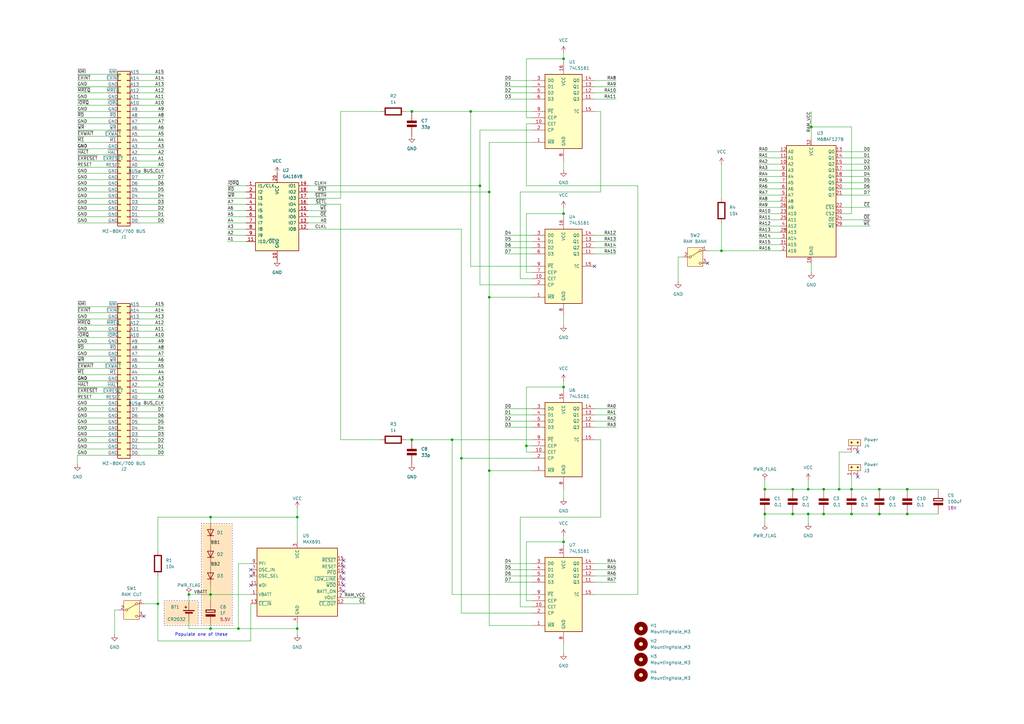
<source format=kicad_sch>
(kicad_sch (version 20231120) (generator "eeschema") (generator_version "8.0")
  (paper "A3")
  (title_block (title "MZ-1R12 modoki") (date "2024-08-10") (rev "2.02") (company "Mercury Nihombashi"))
  (junction (at 200.66 78.74))
  (junction (at 313.69 210.82))
  (junction (at 325.12 200.66))
  (junction (at 337.82 210.82))
  (junction (at 86.36 257.81))
  (junction (at 231.14 24.13))
  (junction (at 331.47 200.66))
  (junction (at 168.91 45.72))
  (junction (at 121.92 212.09))
  (junction (at 196.85 76.2))
  (junction (at 331.47 210.82))
  (junction (at 86.36 243.84))
  (junction (at 185.42 180.34))
  (junction (at 372.11 200.66))
  (junction (at 231.14 222.25))
  (junction (at 200.66 121.92))
  (junction (at 337.82 200.66))
  (junction (at 325.12 210.82))
  (junction (at 215.9 182.88))
  (junction (at 372.11 210.82))
  (junction (at 231.14 87.63))
  (junction (at 193.04 45.72))
  (junction (at 200.66 193.04))
  (junction (at 77.47 243.84))
  (junction (at 231.14 158.75))
  (junction (at 349.25 200.66))
  (junction (at 189.23 187.96))
  (junction (at 97.79 257.81))
  (junction (at 313.69 200.66))
  (junction (at 64.77 247.65))
  (junction (at 349.25 210.82))
  (junction (at 332.74 52.07))
  (junction (at 360.68 210.82))
  (junction (at 344.17 200.66))
  (junction (at 86.36 212.09))
  (junction (at 121.92 257.81))
  (junction (at 168.91 180.34))
  (junction (at 360.68 200.66))
  (junction (at 295.91 102.87))
  (no_connect (at 140.97 234.95))
  (no_connect (at 102.87 233.68))
  (no_connect (at 290.195 107.95))
  (no_connect (at 140.97 240.03))
  (no_connect (at 351.79 195.58))
  (no_connect (at 140.97 232.41))
  (no_connect (at 243.84 109.22))
  (no_connect (at 140.97 237.49))
  (no_connect (at 351.79 185.42))
  (no_connect (at 140.97 242.57))
  (no_connect (at 59.055 252.73))
  (no_connect (at 102.87 240.03))
  (no_connect (at 102.87 236.22))
  (no_connect (at 140.97 229.87))
  (wire (pts (xy 57.15 158.75) (xy 67.31 158.75)))
  (wire (pts (xy 243.84 33.02) (xy 252.73 33.02)))
  (wire (pts (xy 345.44 87.63) (xy 349.25 87.63)))
  (wire (pts (xy 231.14 156.21) (xy 231.14 158.75)))
  (wire (pts (xy 46.99 250.19) (xy 48.895 250.19)))
  (wire (pts (xy 372.11 200.66) (xy 384.81 200.66)))
  (wire (pts (xy 31.75 148.59) (xy 44.45 148.59)))
  (wire (pts (xy 207.01 175.26) (xy 218.44 175.26)))
  (wire (pts (xy 360.68 210.82) (xy 372.11 210.82)))
  (wire (pts (xy 31.75 58.42) (xy 44.45 58.42)))
  (wire (pts (xy 345.44 62.23) (xy 356.87 62.23)))
  (wire (pts (xy 311.15 77.47) (xy 320.04 77.47)))
  (wire (pts (xy 213.36 114.3) (xy 218.44 114.3)))
  (wire (pts (xy 344.17 185.42) (xy 344.17 200.66)))
  (wire (pts (xy 311.15 62.23) (xy 320.04 62.23)))
  (wire (pts (xy 57.15 130.81) (xy 67.31 130.81)))
  (wire (pts (xy 57.15 38.1) (xy 67.31 38.1)))
  (wire (pts (xy 140.97 245.11) (xy 149.86 245.11)))
  (wire (pts (xy 243.84 167.64) (xy 252.73 167.64)))
  (wire (pts (xy 31.75 55.88) (xy 44.45 55.88)))
  (wire (pts (xy 57.15 55.88) (xy 67.31 55.88)))
  (wire (pts (xy 231.14 24.13) (xy 231.14 25.4)))
  (wire (pts (xy 57.15 53.34) (xy 67.31 53.34)))
  (wire (pts (xy 243.84 238.76) (xy 252.73 238.76)))
  (wire (pts (xy 64.77 247.65) (xy 64.77 262.89)))
  (wire (pts (xy 31.75 128.27) (xy 44.45 128.27)))
  (wire (pts (xy 57.15 128.27) (xy 67.31 128.27)))
  (wire (pts (xy 295.91 91.44) (xy 295.91 102.87)))
  (wire (pts (xy 243.84 233.68) (xy 252.73 233.68)))
  (wire (pts (xy 215.9 24.13) (xy 215.9 48.26)))
  (wire (pts (xy 349.25 210.82) (xy 360.68 210.82)))
  (wire (pts (xy 331.47 200.66) (xy 337.82 200.66)))
  (wire (pts (xy 207.01 33.02) (xy 218.44 33.02)))
  (wire (pts (xy 57.15 173.99) (xy 67.31 173.99)))
  (wire (pts (xy 231.14 222.25) (xy 231.14 223.52)))
  (wire (pts (xy 311.15 67.31) (xy 320.04 67.31)))
  (wire (pts (xy 31.75 130.81) (xy 44.45 130.81)))
  (wire (pts (xy 231.14 133.35) (xy 231.14 129.54)))
  (wire (pts (xy 261.62 76.2) (xy 215.9 76.2)))
  (wire (pts (xy 332.74 52.07) (xy 349.25 52.07)))
  (wire (pts (xy 31.75 71.12) (xy 44.45 71.12)))
  (wire (pts (xy 31.75 153.67) (xy 44.45 153.67)))
  (wire (pts (xy 77.47 247.015) (xy 77.47 243.84)))
  (wire (pts (xy 331.47 214.63) (xy 331.47 210.82)))
  (wire (pts (xy 207.01 231.14) (xy 218.44 231.14)))
  (wire (pts (xy 57.15 163.83) (xy 67.31 163.83)))
  (wire (pts (xy 31.75 168.91) (xy 44.45 168.91)))
  (wire (pts (xy 311.15 74.93) (xy 320.04 74.93)))
  (wire (pts (xy 31.75 135.89) (xy 44.45 135.89)))
  (wire (pts (xy 332.74 52.07) (xy 332.74 45.72)))
  (wire (pts (xy 57.15 43.18) (xy 67.31 43.18)))
  (wire (pts (xy 31.75 146.05) (xy 44.45 146.05)))
  (wire (pts (xy 290.195 102.87) (xy 295.91 102.87)))
  (wire (pts (xy 295.91 102.87) (xy 320.04 102.87)))
  (wire (pts (xy 332.74 57.15) (xy 332.74 52.07)))
  (wire (pts (xy 57.15 143.51) (xy 67.31 143.51)))
  (wire (pts (xy 121.92 257.81) (xy 121.92 260.35)))
  (wire (pts (xy 332.74 111.76) (xy 332.74 107.95)))
  (wire (pts (xy 93.345 99.06) (xy 100.965 99.06)))
  (wire (pts (xy 31.75 171.45) (xy 44.45 171.45)))
  (wire (pts (xy 31.75 163.83) (xy 44.45 163.83)))
  (wire (pts (xy 57.15 161.29) (xy 67.31 161.29)))
  (wire (pts (xy 243.84 231.14) (xy 252.73 231.14)))
  (wire (pts (xy 31.75 91.44) (xy 44.45 91.44)))
  (wire (pts (xy 31.75 43.18) (xy 44.45 43.18)))
  (wire (pts (xy 218.44 50.8) (xy 215.9 50.8)))
  (wire (pts (xy 189.23 93.98) (xy 189.23 187.96)))
  (wire (pts (xy 311.15 87.63) (xy 320.04 87.63)))
  (wire (pts (xy 311.15 72.39) (xy 320.04 72.39)))
  (wire (pts (xy 215.9 246.38) (xy 218.44 246.38)))
  (wire (pts (xy 185.42 180.34) (xy 218.44 180.34)))
  (wire (pts (xy 207.01 99.06) (xy 218.44 99.06)))
  (wire (pts (xy 231.14 87.63) (xy 231.14 88.9)))
  (wire (pts (xy 349.25 185.42) (xy 344.17 185.42)))
  (wire (pts (xy 218.44 48.26) (xy 215.9 48.26)))
  (wire (pts (xy 126.365 88.9) (xy 133.985 88.9)))
  (wire (pts (xy 31.75 73.66) (xy 44.45 73.66)))
  (wire (pts (xy 93.345 93.98) (xy 100.965 93.98)))
  (wire (pts (xy 57.15 138.43) (xy 67.31 138.43)))
  (wire (pts (xy 218.44 243.84) (xy 185.42 243.84)))
  (wire (pts (xy 207.01 236.22) (xy 218.44 236.22)))
  (wire (pts (xy 295.91 67.31) (xy 295.91 81.28)))
  (wire (pts (xy 57.15 73.66) (xy 67.31 73.66)))
  (wire (pts (xy 140.97 247.65) (xy 149.86 247.65)))
  (wire (pts (xy 311.15 82.55) (xy 320.04 82.55)))
  (wire (pts (xy 345.44 80.01) (xy 356.87 80.01)))
  (wire (pts (xy 345.44 64.77) (xy 356.87 64.77)))
  (wire (pts (xy 360.68 200.66) (xy 372.11 200.66)))
  (wire (pts (xy 243.84 45.72) (xy 246.38 45.72)))
  (wire (pts (xy 218.44 121.92) (xy 200.66 121.92)))
  (wire (pts (xy 243.84 170.18) (xy 252.73 170.18)))
  (wire (pts (xy 200.66 121.92) (xy 200.66 193.04)))
  (wire (pts (xy 77.47 243.84) (xy 86.36 243.84)))
  (wire (pts (xy 57.15 63.5) (xy 67.31 63.5)))
  (wire (pts (xy 345.44 67.31) (xy 356.87 67.31)))
  (wire (pts (xy 102.87 247.65) (xy 102.87 262.89)))
  (wire (pts (xy 57.15 40.64) (xy 67.31 40.64)))
  (wire (pts (xy 261.62 243.84) (xy 261.62 76.2)))
  (wire (pts (xy 57.15 45.72) (xy 67.31 45.72)))
  (wire (pts (xy 31.75 68.58) (xy 44.45 68.58)))
  (wire (pts (xy 31.75 76.2) (xy 44.45 76.2)))
  (wire (pts (xy 57.15 135.89) (xy 67.31 135.89)))
  (wire (pts (xy 57.15 50.8) (xy 67.31 50.8)))
  (wire (pts (xy 31.75 184.15) (xy 44.45 184.15)))
  (wire (pts (xy 196.85 53.34) (xy 196.85 76.2)))
  (wire (pts (xy 57.15 140.97) (xy 67.31 140.97)))
  (wire (pts (xy 31.75 60.96) (xy 44.45 60.96)))
  (wire (pts (xy 57.15 125.73) (xy 67.31 125.73)))
  (wire (pts (xy 57.15 91.44) (xy 67.31 91.44)))
  (wire (pts (xy 311.15 85.09) (xy 320.04 85.09)))
  (wire (pts (xy 218.44 182.88) (xy 215.9 182.88)))
  (wire (pts (xy 337.82 200.66) (xy 344.17 200.66)))
  (wire (pts (xy 231.14 219.71) (xy 231.14 222.25)))
  (wire (pts (xy 31.75 143.51) (xy 44.45 143.51)))
  (wire (pts (xy 97.79 231.14) (xy 97.79 257.81)))
  (wire (pts (xy 57.15 81.28) (xy 67.31 81.28)))
  (wire (pts (xy 93.345 78.74) (xy 100.965 78.74)))
  (wire (pts (xy 64.77 212.09) (xy 86.36 212.09)))
  (wire (pts (xy 311.15 80.01) (xy 320.04 80.01)))
  (wire (pts (xy 215.9 87.63) (xy 231.14 87.63)))
  (wire (pts (xy 31.75 158.75) (xy 44.45 158.75)))
  (wire (pts (xy 126.365 76.2) (xy 196.85 76.2)))
  (wire (pts (xy 57.15 166.37) (xy 67.31 166.37)))
  (wire (pts (xy 337.82 210.82) (xy 331.47 210.82)))
  (wire (pts (xy 31.75 186.69) (xy 31.75 190.5)))
  (wire (pts (xy 345.44 85.09) (xy 356.87 85.09)))
  (wire (pts (xy 311.15 69.85) (xy 320.04 69.85)))
  (wire (pts (xy 31.75 66.04) (xy 44.45 66.04)))
  (wire (pts (xy 31.75 83.82) (xy 44.45 83.82)))
  (wire (pts (xy 31.75 86.36) (xy 44.45 86.36)))
  (wire (pts (xy 126.365 83.82) (xy 139.7 83.82)))
  (wire (pts (xy 331.47 210.82) (xy 325.12 210.82)))
  (wire (pts (xy 246.38 212.09) (xy 213.36 212.09)))
  (wire (pts (xy 97.79 257.81) (xy 121.92 257.81)))
  (wire (pts (xy 200.66 58.42) (xy 200.66 78.74)))
  (wire (pts (xy 121.92 255.27) (xy 121.92 257.81)))
  (wire (pts (xy 31.75 88.9) (xy 44.45 88.9)))
  (wire (pts (xy 31.75 53.34) (xy 44.45 53.34)))
  (wire (pts (xy 86.36 240.03) (xy 86.36 243.84)))
  (wire (pts (xy 193.04 45.72) (xy 218.44 45.72)))
  (wire (pts (xy 93.345 86.36) (xy 100.965 86.36)))
  (wire (pts (xy 243.84 175.26) (xy 252.73 175.26)))
  (wire (pts (xy 57.15 156.21) (xy 67.31 156.21)))
  (wire (pts (xy 218.44 193.04) (xy 200.66 193.04)))
  (wire (pts (xy 46.99 250.19) (xy 46.99 260.35)))
  (wire (pts (xy 207.01 40.64) (xy 218.44 40.64)))
  (wire (pts (xy 126.365 91.44) (xy 133.985 91.44)))
  (wire (pts (xy 31.75 63.5) (xy 44.45 63.5)))
  (wire (pts (xy 86.36 256.54) (xy 86.36 257.81)))
  (wire (pts (xy 243.84 96.52) (xy 252.73 96.52)))
  (wire (pts (xy 231.14 204.47) (xy 231.14 200.66)))
  (wire (pts (xy 349.25 200.66) (xy 360.68 200.66)))
  (wire (pts (xy 344.17 200.66) (xy 349.25 200.66)))
  (wire (pts (xy 231.14 267.97) (xy 231.14 264.16)))
  (wire (pts (xy 207.01 104.14) (xy 218.44 104.14)))
  (wire (pts (xy 325.12 200.66) (xy 331.47 200.66)))
  (wire (pts (xy 77.47 257.81) (xy 86.36 257.81)))
  (wire (pts (xy 57.15 66.04) (xy 67.31 66.04)))
  (wire (pts (xy 93.345 88.9) (xy 100.965 88.9)))
  (wire (pts (xy 31.75 38.1) (xy 44.45 38.1)))
  (wire (pts (xy 86.36 243.84) (xy 86.36 246.38)))
  (wire (pts (xy 243.84 99.06) (xy 252.73 99.06)))
  (wire (pts (xy 64.77 212.09) (xy 64.77 226.06)))
  (wire (pts (xy 345.44 77.47) (xy 356.87 77.47)))
  (wire (pts (xy 313.69 214.63) (xy 313.69 210.82)))
  (wire (pts (xy 31.75 48.26) (xy 44.45 48.26)))
  (wire (pts (xy 349.25 195.58) (xy 349.25 200.66)))
  (wire (pts (xy 215.9 111.76) (xy 218.44 111.76)))
  (wire (pts (xy 331.47 196.85) (xy 331.47 200.66)))
  (wire (pts (xy 31.75 161.29) (xy 44.45 161.29)))
  (wire (pts (xy 207.01 233.68) (xy 218.44 233.68)))
  (wire (pts (xy 213.36 212.09) (xy 213.36 248.92)))
  (wire (pts (xy 139.7 83.82) (xy 139.7 180.34)))
  (wire (pts (xy 193.04 109.22) (xy 193.04 45.72)))
  (wire (pts (xy 126.365 78.74) (xy 200.66 78.74)))
  (wire (pts (xy 31.75 35.56) (xy 44.45 35.56)))
  (wire (pts (xy 345.44 72.39) (xy 356.87 72.39)))
  (wire (pts (xy 243.84 35.56) (xy 252.73 35.56)))
  (wire (pts (xy 31.75 186.69) (xy 44.45 186.69)))
  (wire (pts (xy 93.345 91.44) (xy 100.965 91.44)))
  (wire (pts (xy 243.84 180.34) (xy 246.38 180.34)))
  (wire (pts (xy 313.69 200.66) (xy 325.12 200.66)))
  (wire (pts (xy 121.92 212.09) (xy 121.92 222.25)))
  (wire (pts (xy 86.36 212.09) (xy 121.92 212.09)))
  (wire (pts (xy 97.79 231.14) (xy 102.87 231.14)))
  (wire (pts (xy 349.25 210.82) (xy 337.82 210.82)))
  (wire (pts (xy 215.9 158.75) (xy 231.14 158.75)))
  (wire (pts (xy 64.77 236.22) (xy 64.77 247.65)))
  (wire (pts (xy 168.91 45.72) (xy 193.04 45.72)))
  (wire (pts (xy 200.66 121.92) (xy 200.66 78.74)))
  (wire (pts (xy 57.15 176.53) (xy 67.31 176.53)))
  (wire (pts (xy 31.75 45.72) (xy 44.45 45.72)))
  (wire (pts (xy 57.15 83.82) (xy 67.31 83.82)))
  (wire (pts (xy 57.15 33.02) (xy 67.31 33.02)))
  (wire (pts (xy 200.66 193.04) (xy 200.66 256.54)))
  (wire (pts (xy 139.7 81.28) (xy 139.7 45.72)))
  (wire (pts (xy 57.15 171.45) (xy 67.31 171.45)))
  (wire (pts (xy 325.12 210.82) (xy 313.69 210.82)))
  (wire (pts (xy 311.15 100.33) (xy 320.04 100.33)))
  (wire (pts (xy 215.9 24.13) (xy 231.14 24.13)))
  (wire (pts (xy 207.01 101.6) (xy 218.44 101.6)))
  (wire (pts (xy 31.75 33.02) (xy 44.45 33.02)))
  (wire (pts (xy 215.9 158.75) (xy 215.9 182.88)))
  (wire (pts (xy 31.75 151.13) (xy 44.45 151.13)))
  (wire (pts (xy 57.15 181.61) (xy 67.31 181.61)))
  (wire (pts (xy 311.15 92.71) (xy 320.04 92.71)))
  (wire (pts (xy 345.44 69.85) (xy 356.87 69.85)))
  (wire (pts (xy 207.01 38.1) (xy 218.44 38.1)))
  (wire (pts (xy 86.36 232.41) (xy 86.36 231.14)))
  (wire (pts (xy 345.44 74.93) (xy 356.87 74.93)))
  (wire (pts (xy 243.84 40.64) (xy 252.73 40.64)))
  (wire (pts (xy 215.9 222.25) (xy 231.14 222.25)))
  (wire (pts (xy 57.15 133.35) (xy 67.31 133.35)))
  (wire (pts (xy 57.15 186.69) (xy 67.31 186.69)))
  (wire (pts (xy 57.15 30.48) (xy 67.31 30.48)))
  (wire (pts (xy 57.15 78.74) (xy 67.31 78.74)))
  (wire (pts (xy 215.9 87.63) (xy 215.9 111.76)))
  (wire (pts (xy 207.01 96.52) (xy 218.44 96.52)))
  (wire (pts (xy 31.75 133.35) (xy 44.45 133.35)))
  (wire (pts (xy 243.84 236.22) (xy 252.73 236.22)))
  (wire (pts (xy 59.055 247.65) (xy 64.77 247.65)))
  (wire (pts (xy 215.9 76.2) (xy 215.9 50.8)))
  (wire (pts (xy 218.44 116.84) (xy 196.85 116.84)))
  (wire (pts (xy 57.15 60.96) (xy 67.31 60.96)))
  (wire (pts (xy 243.84 172.72) (xy 252.73 172.72)))
  (wire (pts (xy 243.84 104.14) (xy 252.73 104.14)))
  (wire (pts (xy 77.47 254.635) (xy 77.47 257.81)))
  (wire (pts (xy 93.345 81.28) (xy 100.965 81.28)))
  (wire (pts (xy 243.84 101.6) (xy 252.73 101.6)))
  (wire (pts (xy 31.75 30.48) (xy 44.45 30.48)))
  (wire (pts (xy 57.15 58.42) (xy 67.31 58.42)))
  (wire (pts (xy 166.37 180.34) (xy 168.91 180.34)))
  (wire (pts (xy 213.36 78.74) (xy 213.36 114.3)))
  (wire (pts (xy 372.11 210.82) (xy 384.81 210.82)))
  (wire (pts (xy 31.75 125.73) (xy 44.45 125.73)))
  (wire (pts (xy 243.84 38.1) (xy 252.73 38.1)))
  (wire (pts (xy 207.01 172.72) (xy 218.44 172.72)))
  (wire (pts (xy 86.36 212.09) (xy 86.36 214.63)))
  (wire (pts (xy 102.87 262.89) (xy 64.77 262.89)))
  (wire (pts (xy 207.01 170.18) (xy 218.44 170.18)))
  (wire (pts (xy 168.91 180.34) (xy 185.42 180.34)))
  (wire (pts (xy 57.15 35.56) (xy 67.31 35.56)))
  (wire (pts (xy 349.25 87.63) (xy 349.25 52.07)))
  (wire (pts (xy 57.15 71.12) (xy 67.31 71.12)))
  (wire (pts (xy 311.15 90.17) (xy 320.04 90.17)))
  (wire (pts (xy 246.38 180.34) (xy 246.38 212.09)))
  (wire (pts (xy 218.44 53.34) (xy 196.85 53.34)))
  (wire (pts (xy 93.345 76.2) (xy 100.965 76.2)))
  (wire (pts (xy 243.84 243.84) (xy 261.62 243.84)))
  (wire (pts (xy 31.75 166.37) (xy 44.45 166.37)))
  (wire (pts (xy 218.44 58.42) (xy 200.66 58.42)))
  (wire (pts (xy 31.75 78.74) (xy 44.45 78.74)))
  (wire (pts (xy 57.15 168.91) (xy 67.31 168.91)))
  (wire (pts (xy 185.42 243.84) (xy 185.42 180.34)))
  (wire (pts (xy 31.75 181.61) (xy 44.45 181.61)))
  (wire (pts (xy 207.01 167.64) (xy 218.44 167.64)))
  (wire (pts (xy 86.36 257.81) (xy 97.79 257.81)))
  (wire (pts (xy 189.23 187.96) (xy 189.23 251.46)))
  (wire (pts (xy 231.14 158.75) (xy 231.14 160.02)))
  (wire (pts (xy 278.13 105.41) (xy 278.13 115.57)))
  (wire (pts (xy 215.9 182.88) (xy 215.9 185.42)))
  (wire (pts (xy 218.44 109.22) (xy 193.04 109.22)))
  (wire (pts (xy 246.38 78.74) (xy 213.36 78.74)))
  (wire (pts (xy 31.75 173.99) (xy 44.45 173.99)))
  (wire (pts (xy 231.14 69.85) (xy 231.14 66.04)))
  (wire (pts (xy 311.15 97.79) (xy 320.04 97.79)))
  (wire (pts (xy 57.15 76.2) (xy 67.31 76.2)))
  (wire (pts (xy 139.7 180.34) (xy 156.21 180.34)))
  (wire (pts (xy 278.13 105.41) (xy 280.035 105.41)))
  (wire (pts (xy 345.44 90.17) (xy 356.87 90.17)))
  (wire (pts (xy 215.9 222.25) (xy 215.9 246.38)))
  (wire (pts (xy 31.75 40.64) (xy 44.45 40.64)))
  (wire (pts (xy 57.15 179.07) (xy 67.31 179.07)))
  (wire (pts (xy 57.15 68.58) (xy 67.31 68.58)))
  (wire (pts (xy 31.75 138.43) (xy 44.45 138.43)))
  (wire (pts (xy 345.44 92.71) (xy 356.87 92.71)))
  (wire (pts (xy 213.36 248.92) (xy 218.44 248.92)))
  (wire (pts (xy 207.01 238.76) (xy 218.44 238.76)))
  (wire (pts (xy 311.15 64.77) (xy 320.04 64.77)))
  (wire (pts (xy 93.345 96.52) (xy 100.965 96.52)))
  (wire (pts (xy 196.85 116.84) (xy 196.85 76.2)))
  (wire (pts (xy 139.7 45.72) (xy 156.21 45.72)))
  (wire (pts (xy 126.365 81.28) (xy 139.7 81.28)))
  (wire (pts (xy 121.92 208.28) (xy 121.92 212.09)))
  (wire (pts (xy 57.15 86.36) (xy 67.31 86.36)))
  (wire (pts (xy 218.44 256.54) (xy 200.66 256.54)))
  (wire (pts (xy 93.345 83.82) (xy 100.965 83.82)))
  (wire (pts (xy 126.365 86.36) (xy 133.985 86.36)))
  (wire (pts (xy 31.75 50.8) (xy 44.45 50.8)))
  (wire (pts (xy 31.75 140.97) (xy 44.45 140.97)))
  (wire (pts (xy 207.01 35.56) (xy 218.44 35.56)))
  (wire (pts (xy 57.15 146.05) (xy 67.31 146.05)))
  (wire (pts (xy 86.36 222.25) (xy 86.36 223.52)))
  (wire (pts (xy 126.365 93.98) (xy 189.23 93.98)))
  (wire (pts (xy 57.15 88.9) (xy 67.31 88.9)))
  (wire (pts (xy 246.38 45.72) (xy 246.38 78.74)))
  (wire (pts (xy 313.69 196.85) (xy 313.69 200.66)))
  (wire (pts (xy 218.44 185.42) (xy 215.9 185.42)))
  (wire (pts (xy 57.15 184.15) (xy 67.31 184.15)))
  (wire (pts (xy 31.75 156.21) (xy 44.45 156.21)))
  (wire (pts (xy 231.14 85.09) (xy 231.14 87.63)))
  (wire (pts (xy 31.75 179.07) (xy 44.45 179.07)))
  (wire (pts (xy 31.75 176.53) (xy 44.45 176.53)))
  (wire (pts (xy 31.75 81.28) (xy 44.45 81.28)))
  (wire (pts (xy 231.14 21.59) (xy 231.14 24.13)))
  (wire (pts (xy 86.36 243.84) (xy 102.87 243.84)))
  (wire (pts (xy 57.15 48.26) (xy 67.31 48.26)))
  (wire (pts (xy 311.15 95.25) (xy 320.04 95.25)))
  (wire (pts (xy 57.15 151.13) (xy 67.31 151.13)))
  (wire (pts (xy 57.15 148.59) (xy 67.31 148.59)))
  (wire (pts (xy 57.15 153.67) (xy 67.31 153.67)))
  (wire (pts (xy 189.23 187.96) (xy 218.44 187.96)))
  (wire (pts (xy 218.44 251.46) (xy 189.23 251.46)))
  (wire (pts (xy 166.37 45.72) (xy 168.91 45.72)))
  (rectangle (start 82.55 214.63) (end 95.25 256.54) (stroke (width 0.25) (type dot)) (fill (type color) (color 255 229 191 1)))
  (rectangle (start 67.31 246.38) (end 81.28 256.54) (stroke (width 0.25) (type dot)) (fill (type color) (color 255 229 191 1)))
  (text "Populate one of these" (at 82.55 260.35 0) (effects (font (size 1.27 1.27))))
  (label "A12" (at 67.31 38.1 180))
  (label "RA13" (at 311.15 95.25 0))
  (label "~{IORQ}" (at 93.345 76.2 0))
  (label "D4" (at 356.87 72.39 180))
  (label "~{WR}" (at 93.345 81.28 0))
  (label "A13" (at 67.31 130.81 180))
  (label "GND" (at 31.75 168.91 0))
  (label "RA9" (at 252.73 35.56 180))
  (label "A11" (at 67.31 135.89 180))
  (label "GND" (at 31.75 73.66 0))
  (label "GND" (at 31.75 184.15 0))
  (label "GND" (at 31.75 78.74 0))
  (label "RA15" (at 252.73 104.14 180))
  (label "GND" (at 31.75 60.96 0))
  (label "A0" (at 133.985 91.44 180))
  (label "~{RD}" (at 31.75 48.26 0))
  (label "~{RD}" (at 93.345 78.74 0))
  (label "GND" (at 31.75 179.07 0))
  (label "GND" (at 31.75 156.21 0))
  (label "D3" (at 207.01 175.26 0))
  (label "A15" (at 67.31 125.73 180))
  (label "A4" (at 67.31 58.42 180))
  (label "GND" (at 31.75 140.97 0))
  (label "GND" (at 31.75 91.44 0))
  (label "RA3" (at 311.15 69.85 0))
  (label "A3" (at 67.31 60.96 180))
  (label "RA4" (at 311.15 72.39 0))
  (label "A7" (at 93.345 83.82 0))
  (label "RA5" (at 311.15 74.93 0))
  (label "RA7" (at 252.73 238.76 180))
  (label "D6" (at 356.87 77.47 180))
  (label "A1" (at 67.31 66.04 180))
  (label "D2" (at 67.31 86.36 180))
  (label "D3" (at 67.31 83.82 180))
  (label "D0" (at 207.01 33.02 0))
  (label "VBATT" (at 85.09 243.84 180))
  (label "RESET" (at 31.75 68.58 0))
  (label "D2" (at 207.01 38.1 0))
  (label "~{EXWAIT}" (at 31.75 151.13 0))
  (label "D2" (at 356.87 67.31 180))
  (label "RA3" (at 252.73 175.26 180))
  (label "A2" (at 67.31 158.75 180))
  (label "RA2" (at 311.15 67.31 0))
  (label "~{IORQ}" (at 31.75 43.18 0))
  (label "D5" (at 356.87 74.93 180))
  (label "~{RD}" (at 31.75 143.51 0))
  (label "RA4" (at 252.73 231.14 180))
  (label "~{HALT}" (at 31.75 158.75 0))
  (label "A1" (at 67.31 161.29 180))
  (label "~{NMI}" (at 31.75 30.48 0))
  (label "~{NMI}" (at 31.75 125.73 0))
  (label "RA12" (at 252.73 96.52 180))
  (label "A5" (at 67.31 55.88 180))
  (label "RA6" (at 311.15 77.47 0))
  (label "~{IORQ}" (at 31.75 138.43 0))
  (label "~{CE}" (at 356.87 85.09 180))
  (label "GND" (at 31.75 50.8 0))
  (label "RA11" (at 252.73 40.64 180))
  (label "RA5" (at 252.73 233.68 180))
  (label "RA14" (at 252.73 101.6 180))
  (label "D5" (at 67.31 78.74 180))
  (label "D1" (at 356.87 64.77 180))
  (label "RA10" (at 311.15 87.63 0))
  (label "GND" (at 31.75 173.99 0))
  (label "A10" (at 67.31 138.43 180))
  (label "A2" (at 67.31 63.5 180))
  (label "GND" (at 31.75 176.53 0))
  (label "A6" (at 67.31 53.34 180))
  (label "RA14" (at 311.15 97.79 0))
  (label "D0" (at 356.87 62.23 180))
  (label "A4" (at 93.345 91.44 0))
  (label "D1" (at 67.31 88.9 180))
  (label "RA16" (at 311.15 102.87 0))
  (label "D4" (at 67.31 176.53 180))
  (label "D6" (at 67.31 171.45 180))
  (label "GND" (at 31.75 156.21 0))
  (label "GND" (at 31.75 86.36 0))
  (label "RAM_VCC" (at 149.86 245.11 180))
  (label "~{MREQ}" (at 31.75 133.35 0))
  (label "D1" (at 207.01 170.18 0))
  (label "BUS_CLK" (at 67.31 166.37 180))
  (label "RA0" (at 311.15 62.23 0))
  (label "~{EXINT}" (at 31.75 33.02 0))
  (label "~{WR}" (at 31.75 53.34 0))
  (label "~{EXRESET}" (at 31.75 161.29 0))
  (label "RA10" (at 252.73 38.1 180))
  (label "D6" (at 207.01 101.6 0))
  (label "A6" (at 67.31 148.59 180))
  (label "D7" (at 207.01 104.14 0))
  (label "D0" (at 67.31 91.44 180))
  (label "RA11" (at 311.15 90.17 0))
  (label "D7" (at 207.01 238.76 0))
  (label "~{M1}" (at 31.75 58.42 0))
  (label "GND" (at 31.75 186.69 0))
  (label "GND" (at 31.75 166.37 0))
  (label "~{OE}" (at 133.985 88.9 180))
  (label "GND" (at 31.75 81.28 0))
  (label "~{WE}" (at 133.985 86.36 180))
  (label "D7" (at 67.31 168.91 180))
  (label "~{SETL}" (at 133.985 83.82 180))
  (label "BB1" (at 86.36 223.52 0))
  (label "GND" (at 31.75 35.56 0))
  (label "BUS_CLK" (at 67.31 71.12 180))
  (label "~{SETH}" (at 133.985 81.28 180))
  (label "GND" (at 31.75 83.82 0))
  (label "D7" (at 356.87 80.01 180))
  (label "RESET" (at 31.75 163.83 0))
  (label "D6" (at 207.01 236.22 0))
  (label "RA8" (at 252.73 33.02 180))
  (label "A6" (at 93.345 86.36 0))
  (label "A13" (at 67.31 35.56 180))
  (label "GND" (at 31.75 60.96 0))
  (label "RA1" (at 311.15 64.77 0))
  (label "D1" (at 207.01 35.56 0))
  (label "A14" (at 67.31 128.27 180))
  (label "A7" (at 67.31 146.05 180))
  (label "A9" (at 67.31 45.72 180))
  (label "CLKL" (at 133.985 93.98 180))
  (label "A12" (at 67.31 133.35 180))
  (label "~{MREQ}" (at 31.75 38.1 0))
  (label "RA2" (at 252.73 172.72 180))
  (label "D6" (at 67.31 76.2 180))
  (label "A7" (at 67.31 50.8 180))
  (label "A10" (at 67.31 43.18 180))
  (label "GND" (at 31.75 45.72 0))
  (label "GND" (at 31.75 146.05 0))
  (label "D3" (at 356.87 69.85 180))
  (label "D5" (at 207.01 99.06 0))
  (label "GND" (at 31.75 71.12 0))
  (label "RA13" (at 252.73 99.06 180))
  (label "~{EXWAIT}" (at 31.75 55.88 0))
  (label "CLKH" (at 133.985 76.2 180))
  (label "D2" (at 207.01 172.72 0))
  (label "A3" (at 93.345 93.98 0))
  (label "D1" (at 67.31 184.15 180))
  (label "~{CE}" (at 149.86 247.65 180))
  (label "~{OE}" (at 356.87 90.17 180))
  (label "~{WR}" (at 31.75 148.59 0))
  (label "GND" (at 31.75 171.45 0))
  (label "RA8" (at 311.15 82.55 0))
  (label "BB2" (at 86.36 232.41 0))
  (label "RA9" (at 311.15 85.09 0))
  (label "GND" (at 31.75 130.81 0))
  (label "A14" (at 67.31 33.02 180))
  (label "~{WE}" (at 356.87 92.71 180))
  (label "A15" (at 67.31 30.48 180))
  (label "GND" (at 31.75 76.2 0))
  (label "A4" (at 67.31 153.67 180))
  (label "A5" (at 67.31 151.13 180))
  (label "RAM_VCC" (at 332.74 45.72 270))
  (label "RA7" (at 311.15 80.01 0))
  (label "GND" (at 31.75 181.61 0))
  (label "A8" (at 67.31 143.51 180))
  (label "RA0" (at 252.73 167.64 180))
  (label "RA6" (at 252.73 236.22 180))
  (label "A1" (at 93.345 99.06 0))
  (label "D4" (at 207.01 231.14 0))
  (label "GND" (at 31.75 40.64 0))
  (label "GND" (at 31.75 88.9 0))
  (label "~{M1}" (at 31.75 153.67 0))
  (label "D2" (at 67.31 181.61 180))
  (label "A5" (at 93.345 88.9 0))
  (label "RA15" (at 311.15 100.33 0))
  (label "D5" (at 67.31 173.99 180))
  (label "A3" (at 67.31 156.21 180))
  (label "RA12" (at 311.15 92.71 0))
  (label "D4" (at 67.31 81.28 180))
  (label "RA1" (at 252.73 170.18 180))
  (label "~{EXINT}" (at 31.75 128.27 0))
  (label "D0" (at 207.01 167.64 0))
  (label "A8" (at 67.31 48.26 180))
  (label "A9" (at 67.31 140.97 180))
  (label "~{RST}" (at 133.985 78.74 180))
  (label "D3" (at 67.31 179.07 180))
  (label "~{HALT}" (at 31.75 63.5 0))
  (label "A11" (at 67.31 40.64 180))
  (label "~{EXRESET}" (at 31.75 66.04 0))
  (label "A0" (at 67.31 163.83 180))
  (label "GND" (at 31.75 135.89 0))
  (label "D3" (at 207.01 40.64 0))
  (label "A0" (at 67.31 68.58 180))
  (label "A2" (at 93.345 96.52 0))
  (label "D4" (at 207.01 96.52 0))
  (label "D7" (at 67.31 73.66 180))
  (label "D5" (at 207.01 233.68 0))
  (label "D0" (at 67.31 186.69 180))
  (symbol (lib_id "Device:D") (at 86.36 227.33 90) (unit 1)
    (property "Reference" "D2" (at 88.9 227.3299 90) (effects (justify right)))
    (property "Value" "D" (effects (hide yes)))
    (property "Footprint" "Kao_Library:D_A-405_P7.62mm_Horizontal_LargePad" (effects (hide yes)))
    (property "Description" "Diode" (effects (hide yes)))
    (property "Sim.Device" "D" (effects (hide yes)))
    (property "Sim.Pins" "1=K 2=A" (effects (hide yes)))
  )
  (symbol (lib_id "power:GND") (at 46.99 260.35 0) (unit 1)
    (property "Reference" "#PWR02" (effects (hide yes)))
    (property "Value" "GND" (at 46.99 265.43 0))
    (property "Description" "Power symbol creates a global label with name \"GND\" , ground" (effects (hide yes)))
  )
  (symbol (lib_id "power:VCC") (at 231.14 21.59 0) (unit 1)
    (property "Reference" "#PWR03" (effects (hide yes)))
    (property "Value" "VCC" (at 231.14 16.51 0))
    (property "Description" "Power symbol creates a global label with name \"VCC\"" (effects (hide yes)))
  )
  (symbol (lib_id "PCM_Elektuur:C") (at 337.82 205.74 0) (unit 1)
    (property "Reference" "C3" (at 341.63 204.4699 0) (effects (justify left)))
    (property "Value" "0.1" (at 341.63 207.0099 0) (effects (justify left)))
    (property "Footprint" "Kao_Library:LargePad_R_Axial_DIN0204_L3.6mm_D1.6mm_P2.54mm_Vertical" (effects (hide yes)))
    (property "Description" "capacitor, non-polarized/bipolar" (effects (hide yes)))
    (property "Indicator" "+" (effects (hide yes)))
    (property "Rating" "V" (effects (hide yes)))
  )
  (symbol (lib_id "PCM_Elektuur:C-polar") (at 86.36 251.46 0) (unit 1)
    (property "Reference" "C6" (at 90.17 248.9199 0) (effects (justify left)))
    (property "Value" "1F" (at 90.17 251.4599 0) (effects (justify left)))
    (property "Footprint" "Capacitor_THT:DX_5R5VxxxxU_D11.5mm_P5.00mm" (effects (hide yes)))
    (property "Description" "capacitor, polar(ized)" (effects (hide yes)))
    (property "Indicator" "+" (effects (hide yes)))
    (property "Rating" "5.5V" (at 90.17 253.9999 0) (effects (justify left)))
  )
  (symbol (lib_id "PCM_Elektuur:C") (at 168.91 50.8 0) (unit 1)
    (property "Reference" "C7" (at 172.72 49.5299 0) (effects (justify left)))
    (property "Value" "33p" (at 172.72 52.0699 0) (effects (justify left)))
    (property "Footprint" "Kao_Library:LargePad_R_Axial_DIN0204_L3.6mm_D1.6mm_P2.54mm_Vertical" (effects (hide yes)))
    (property "Description" "capacitor, non-polarized/bipolar" (effects (hide yes)))
    (property "Indicator" "+" (effects (hide yes)))
    (property "Rating" "V" (effects (hide yes)))
  )
  (symbol (lib_id "power:PWR_FLAG") (at 313.69 214.63 0) (mirror x) (unit 1)
    (property "Reference" "#FLG01" (effects (hide yes)))
    (property "Value" "PWR_FLAG" (at 313.69 219.71 0))
    (property "Description" "Special symbol for telling ERC where power comes from" (effects (hide yes)))
  )
  (symbol (lib_id "power:VCC") (at 331.47 196.85 0) (unit 1)
    (property "Reference" "#PWR013" (effects (hide yes)))
    (property "Value" "VCC" (at 331.47 191.77 0))
    (property "Description" "Power symbol creates a global label with name \"VCC\"" (effects (hide yes)))
  )
  (symbol (lib_id "74xx:74LS161") (at 231.14 45.72 0) (unit 1)
    (property "Reference" "U1" (at 233.3341 25.4 0) (effects (justify left)))
    (property "Value" "74LS161" (at 233.3341 27.94 0) (effects (justify left)))
    (property "Footprint" "Package_DIP:DIP-16_W7.62mm_Socket_LongPads" (effects (hide yes)))
    (property "Datasheet" "http://www.ti.com/lit/gpn/sn74LS161" (effects (hide yes)))
    (property "Description" "Synchronous 4-bit programmable binary Counter" (effects (hide yes)))
  )
  (symbol (lib_id "power:GND") (at 231.14 69.85 0) (unit 1)
    (property "Reference" "#PWR05" (effects (hide yes)))
    (property "Value" "GND" (at 231.14 74.93 0))
    (property "Description" "Power symbol creates a global label with name \"GND\" , ground" (effects (hide yes)))
  )
  (symbol (lib_id "PCM_Elektuur:C-polar") (at 384.81 205.74 0) (unit 1)
    (property "Reference" "C5" (at 388.62 203.1999 0) (effects (justify left)))
    (property "Value" "100uF" (at 388.62 205.7399 0) (effects (justify left)))
    (property "Footprint" "Capacitor_THT:CP_Radial_D7.5mm_P2.50mm" (effects (hide yes)))
    (property "Description" "capacitor, polar(ized)" (effects (hide yes)))
    (property "Indicator" "+" (effects (hide yes)))
    (property "Rating" "16V" (at 388.62 208.2799 0) (effects (justify left)))
  )
  (symbol (lib_id "power:VCC") (at 231.14 156.21 0) (unit 1)
    (property "Reference" "#PWR010" (effects (hide yes)))
    (property "Value" "VCC" (at 231.14 151.13 0))
    (property "Description" "Power symbol creates a global label with name \"VCC\"" (effects (hide yes)))
  )
  (symbol (lib_id "74xx:74LS161") (at 231.14 243.84 0) (unit 1)
    (property "Reference" "U7" (at 233.3341 223.52 0) (effects (justify left)))
    (property "Value" "74LS161" (at 233.3341 226.06 0) (effects (justify left)))
    (property "Footprint" "Package_DIP:DIP-16_W7.62mm_Socket_LongPads" (effects (hide yes)))
    (property "Datasheet" "http://www.ti.com/lit/gpn/sn74LS161" (effects (hide yes)))
    (property "Description" "Synchronous 4-bit programmable binary Counter" (effects (hide yes)))
  )
  (symbol (lib_id "Kao_Library:MZ80K_700_BUS") (at 49.53 60.96 0) (unit 1)
    (property "Reference" "J1" (at 50.8 97.155 0))
    (property "Value" "MZ-80K/700 BUS" (at 50.8 94.8436 0))
    (property "Footprint" "Connector_PinSocket_2.54mm:PinSocket_2x25_P2.54mm_Vertical" (effects (hide yes)))
  )
  (symbol (lib_id "Device:Battery_Cell") (at 77.47 252.095 0) (mirror y) (unit 1)
    (property "Reference" "BT1" (at 73.66 248.9834 0) (effects (justify left)))
    (property "Value" "CR2032" (at 76.2 254 0) (effects (justify left)))
    (property "Footprint" "Kao_Library:Battery_CR2032-AKIZUKI_VERTICAL_HOLDER" (effects (hide yes)))
    (property "Description" "Single-cell battery" (effects (hide yes)))
  )
  (symbol (lib_id "power:GND") (at 168.91 55.88 0) (unit 1)
    (property "Reference" "#PWR011" (effects (hide yes)))
    (property "Value" "GND" (at 168.91 60.96 0))
    (property "Description" "Power symbol creates a global label with name \"GND\" , ground" (effects (hide yes)))
  )
  (symbol (lib_id "power:VCC") (at 121.92 208.28 0) (unit 1)
    (property "Reference" "#PWR015" (effects (hide yes)))
    (property "Value" "VCC" (at 121.92 204.47 0))
    (property "Description" "Power symbol creates a global label with name \"VCC\"" (effects (hide yes)))
  )
  (symbol (lib_id "dk_Rectangular-Connectors-Headers-Male-Pins:B2B-XH-A_LF__SN_") (at 349.25 193.04 0) (mirror x) (unit 1)
    (property "Reference" "J3" (at 354.33 193.0401 0) (effects (justify left)))
    (property "Value" "Power" (at 354.33 190.5001 0) (effects (justify left)))
    (property "Footprint" "digikey-footprints:PinHeader_1x2_P2.5mm_Drill1.1mm" (effects (hide yes)))
    (property "Datasheet" "http://www.jst-mfg.com/product/pdf/eng/eXH.pdf" (effects (hide yes)))
    (property "Description" "CONN HEADER VERT 2POS 2.5MM" (effects (hide yes)))
    (property "Digi-Key_PN" "455-2247-ND" (effects (hide yes)))
    (property "MPN" "B2B-XH-A(LF)(SN)" (effects (hide yes)))
    (property "Category" "Connectors, Interconnects" (effects (hide yes)))
    (property "Family" "Rectangular Connectors - Headers, Male Pins" (effects (hide yes)))
    (property "DK_Datasheet_Link" "http://www.jst-mfg.com/product/pdf/eng/eXH.pdf" (effects (hide yes)))
    (property "DK_Detail_Page" "/product-detail/en/jst-sales-america-inc/B2B-XH-A(LF)(SN)/455-2247-ND/1651045" (effects (hide yes)))
    (property "Description_1" "CONN HEADER VERT 2POS 2.5MM" (effects (hide yes)))
    (property "Manufacturer" "JST Sales America Inc." (effects (hide yes)))
    (property "Status" "Active" (effects (hide yes)))
  )
  (symbol (lib_id "PCM_Elektuur:R") (at 161.29 45.72 270) (unit 1)
    (property "Reference" "R2" (at 161.29 39.37 90))
    (property "Value" "1k" (at 161.29 41.91 90))
    (property "Footprint" "Kao_Library:LargePad_R_Axial_DIN0204_L3.6mm_D1.6mm_P2.54mm_Vertical" (effects (hide yes)))
    (property "Description" "resistor" (effects (hide yes)))
    (property "Indicator" "+" (effects (hide yes)))
    (property "Rating" "W" (effects (hide yes)))
  )
  (symbol (lib_id "PCM_Elektuur:C") (at 313.69 205.74 0) (unit 1)
    (property "Reference" "C1" (at 317.5 204.4699 0) (effects (justify left)))
    (property "Value" "0.1" (at 317.5 207.0099 0) (effects (justify left)))
    (property "Footprint" "Kao_Library:LargePad_R_Axial_DIN0204_L3.6mm_D1.6mm_P2.54mm_Vertical" (effects (hide yes)))
    (property "Description" "capacitor, non-polarized/bipolar" (effects (hide yes)))
    (property "Indicator" "+" (effects (hide yes)))
    (property "Rating" "V" (effects (hide yes)))
  )
  (symbol (lib_id "power:GND") (at 332.74 111.76 0) (unit 1)
    (property "Reference" "#PWR07" (effects (hide yes)))
    (property "Value" "GND" (at 332.74 116.84 0))
    (property "Description" "Power symbol creates a global label with name \"GND\" , ground" (effects (hide yes)))
  )
  (symbol (lib_id "PCM_SL_Mechanical:MountingHole_M3") (at 262.89 276.86 0) (unit 1)
    (property "Reference" "H4" (at 266.7 275.5899 0) (effects (justify left)))
    (property "Value" "MountingHole_M3" (at 266.7 278.1299 0) (effects (justify left)))
    (property "Footprint" "MountingHole:MountingHole_3.2mm_M3" (effects (hide yes)))
    (property "Description" "3.2mm Diameter Mounting Hole (M3)" (effects (hide yes)))
  )
  (symbol (lib_id "Switch:SW_SPDT") (at 53.975 250.19 0) (unit 1)
    (property "Reference" "SW1" (at 53.975 241.3 0))
    (property "Value" "RAM CUT" (at 53.975 243.84 0))
    (property "Footprint" "Connector_PinHeader_2.54mm:PinHeader_1x03_P2.54mm_Vertical" (effects (hide yes)))
    (property "Description" "Switch, single pole double throw" (effects (hide yes)))
  )
  (symbol (lib_id "power:GND") (at 278.13 115.57 0) (unit 1)
    (property "Reference" "#PWR020" (effects (hide yes)))
    (property "Value" "GND" (at 278.13 120.65 0))
    (property "Description" "Power symbol creates a global label with name \"GND\" , ground" (effects (hide yes)))
  )
  (symbol (lib_id "Device:D") (at 86.36 236.22 90) (unit 1)
    (property "Reference" "D3" (at 88.9 236.2199 90) (effects (justify right)))
    (property "Value" "D" (effects (hide yes)))
    (property "Footprint" "Kao_Library:D_A-405_P7.62mm_Horizontal_LargePad" (effects (hide yes)))
    (property "Description" "Diode" (effects (hide yes)))
    (property "Sim.Device" "D" (effects (hide yes)))
    (property "Sim.Pins" "1=K 2=A" (effects (hide yes)))
  )
  (symbol (lib_id "power:PWR_FLAG") (at 313.69 196.85 0) (unit 1)
    (property "Reference" "#FLG02" (effects (hide yes)))
    (property "Value" "PWR_FLAG" (at 313.69 192.4558 0))
  )
  (symbol (lib_id "PCM_Elektuur:C") (at 372.11 205.74 0) (unit 1)
    (property "Reference" "C10" (at 375.92 204.4699 0) (effects (justify left)))
    (property "Value" "0.1" (at 375.92 207.0099 0) (effects (justify left)))
    (property "Footprint" "Kao_Library:LargePad_R_Axial_DIN0204_L3.6mm_D1.6mm_P2.54mm_Vertical" (effects (hide yes)))
    (property "Description" "capacitor, non-polarized/bipolar" (effects (hide yes)))
    (property "Indicator" "+" (effects (hide yes)))
    (property "Rating" "V" (effects (hide yes)))
  )
  (symbol (lib_id "power:GND") (at 231.14 204.47 0) (unit 1)
    (property "Reference" "#PWR017" (effects (hide yes)))
    (property "Value" "GND" (at 231.14 209.55 0))
    (property "Description" "Power symbol creates a global label with name \"GND\" , ground" (effects (hide yes)))
  )
  (symbol (lib_id "power:VCC") (at 231.14 85.09 0) (unit 1)
    (property "Reference" "#PWR04" (effects (hide yes)))
    (property "Value" "VCC" (at 231.14 80.01 0))
    (property "Description" "Power symbol creates a global label with name \"VCC\"" (effects (hide yes)))
  )
  (symbol (lib_id "Device:D") (at 86.36 218.44 90) (unit 1)
    (property "Reference" "D1" (at 88.9 218.4399 90) (effects (justify right)))
    (property "Value" "D" (effects (hide yes)))
    (property "Footprint" "Kao_Library:D_A-405_P7.62mm_Horizontal_LargePad" (effects (hide yes)))
    (property "Description" "Diode" (effects (hide yes)))
    (property "Sim.Device" "D" (effects (hide yes)))
    (property "Sim.Pins" "1=K 2=A" (effects (hide yes)))
  )
  (symbol (lib_id "PCM_Elektuur:C") (at 349.25 205.74 0) (unit 1)
    (property "Reference" "C4" (at 353.06 204.4699 0) (effects (justify left)))
    (property "Value" "0.1" (at 353.06 207.0099 0) (effects (justify left)))
    (property "Footprint" "Kao_Library:LargePad_R_Axial_DIN0204_L3.6mm_D1.6mm_P2.54mm_Vertical" (effects (hide yes)))
    (property "Description" "capacitor, non-polarized/bipolar" (effects (hide yes)))
    (property "Indicator" "+" (effects (hide yes)))
    (property "Rating" "V" (effects (hide yes)))
  )
  (symbol (lib_id "Logic_Programmable:GAL16V8") (at 113.665 88.9 0) (unit 1)
    (property "Reference" "U2" (at 115.8591 69.85 0) (effects (justify left)))
    (property "Value" "GAL16V8" (at 115.8591 72.39 0) (effects (justify left)))
    (property "Footprint" "Package_DIP:DIP-20_W7.62mm_Socket_LongPads" (effects (hide yes)))
    (property "Description" "Programmable Logic Array, DIP-20/SOIC-20/PLCC-20" (effects (hide yes)))
  )
  (symbol (lib_id "PCM_Elektuur:C") (at 325.12 205.74 0) (unit 1)
    (property "Reference" "C2" (at 328.93 204.4699 0) (effects (justify left)))
    (property "Value" "0.1" (at 328.93 207.0099 0) (effects (justify left)))
    (property "Footprint" "Kao_Library:LargePad_R_Axial_DIN0204_L3.6mm_D1.6mm_P2.54mm_Vertical" (effects (hide yes)))
    (property "Description" "capacitor, non-polarized/bipolar" (effects (hide yes)))
    (property "Indicator" "+" (effects (hide yes)))
    (property "Rating" "V" (effects (hide yes)))
  )
  (symbol (lib_id "power:PWR_FLAG") (at 77.47 243.84 0) (unit 1)
    (property "Reference" "#FLG04" (effects (hide yes)))
    (property "Value" "PWR_FLAG" (at 77.47 240.03 0))
    (property "Description" "Special symbol for telling ERC where power comes from" (effects (hide yes)))
  )
  (symbol (lib_id "power:GND") (at 331.47 214.63 0) (unit 1)
    (property "Reference" "#PWR012" (effects (hide yes)))
    (property "Value" "GND" (at 331.47 219.71 0))
    (property "Description" "Power symbol creates a global label with name \"GND\" , ground" (effects (hide yes)))
  )
  (symbol (lib_id "power:VCC") (at 113.665 71.12 0) (unit 1)
    (property "Reference" "#PWR06" (effects (hide yes)))
    (property "Value" "VCC" (at 113.665 66.04 0))
    (property "Description" "Power symbol creates a global label with name \"VCC\"" (effects (hide yes)))
  )
  (symbol (lib_id "power:VCC") (at 231.14 219.71 0) (unit 1)
    (property "Reference" "#PWR018" (effects (hide yes)))
    (property "Value" "VCC" (at 231.14 214.63 0))
    (property "Description" "Power symbol creates a global label with name \"VCC\"" (effects (hide yes)))
  )
  (symbol (lib_id "power:GND") (at 231.14 267.97 0) (unit 1)
    (property "Reference" "#PWR019" (effects (hide yes)))
    (property "Value" "GND" (at 231.14 273.05 0))
    (property "Description" "Power symbol creates a global label with name \"GND\" , ground" (effects (hide yes)))
  )
  (symbol (lib_id "PCM_Elektuur:R") (at 295.91 86.36 0) (unit 1)
    (property "Reference" "R4" (at 299.085 85.0899 0) (effects (justify left)))
    (property "Value" "10k" (at 299.085 87.6299 0) (effects (justify left)))
    (property "Footprint" "Kao_Library:LargePad_R_Axial_DIN0207_L6.3mm_D2.5mm_P7.62mm_Horizontal" (effects (hide yes)))
    (property "Description" "resistor" (effects (hide yes)))
    (property "Indicator" "+" (effects (hide yes)))
    (property "Rating" "W" (effects (hide yes)))
  )
  (symbol (lib_id "power:GND") (at 168.91 190.5 0) (unit 1)
    (property "Reference" "#PWR014" (effects (hide yes)))
    (property "Value" "GND" (at 168.91 195.58 0))
    (property "Description" "Power symbol creates a global label with name \"GND\" , ground" (effects (hide yes)))
  )
  (symbol (lib_id "Switch:SW_SPDT") (at 285.115 105.41 0) (unit 1)
    (property "Reference" "SW2" (at 285.115 96.52 0))
    (property "Value" "RAM BANK" (at 285.115 99.06 0))
    (property "Footprint" "Connector_PinHeader_2.54mm:PinHeader_1x03_P2.54mm_Vertical" (effects (hide yes)))
    (property "Description" "Switch, single pole double throw" (effects (hide yes)))
  )
  (symbol (lib_id "dk_Rectangular-Connectors-Headers-Male-Pins:B2B-XH-A_LF__SN_") (at 349.25 182.88 0) (mirror x) (unit 1)
    (property "Reference" "J4" (at 354.33 182.8801 0) (effects (justify left)))
    (property "Value" "Power" (at 354.33 180.3401 0) (effects (justify left)))
    (property "Footprint" "digikey-footprints:PinHeader_1x2_P2.5mm_Drill1.1mm" (effects (hide yes)))
    (property "Datasheet" "http://www.jst-mfg.com/product/pdf/eng/eXH.pdf" (effects (hide yes)))
    (property "Description" "CONN HEADER VERT 2POS 2.5MM" (effects (hide yes)))
    (property "Digi-Key_PN" "455-2247-ND" (effects (hide yes)))
    (property "MPN" "B2B-XH-A(LF)(SN)" (effects (hide yes)))
    (property "Category" "Connectors, Interconnects" (effects (hide yes)))
    (property "Family" "Rectangular Connectors - Headers, Male Pins" (effects (hide yes)))
    (property "DK_Datasheet_Link" "http://www.jst-mfg.com/product/pdf/eng/eXH.pdf" (effects (hide yes)))
    (property "DK_Detail_Page" "/product-detail/en/jst-sales-america-inc/B2B-XH-A(LF)(SN)/455-2247-ND/1651045" (effects (hide yes)))
    (property "Description_1" "CONN HEADER VERT 2POS 2.5MM" (effects (hide yes)))
    (property "Manufacturer" "JST Sales America Inc." (effects (hide yes)))
    (property "Status" "Active" (effects (hide yes)))
  )
  (symbol (lib_id "PCM_SL_Mechanical:MountingHole_M3") (at 262.89 264.16 0) (unit 1)
    (property "Reference" "H2" (at 266.7 262.8899 0) (effects (justify left)))
    (property "Value" "MountingHole_M3" (at 266.7 265.4299 0) (effects (justify left)))
    (property "Footprint" "MountingHole:MountingHole_3.2mm_M3" (effects (hide yes)))
    (property "Description" "3.2mm Diameter Mounting Hole (M3)" (effects (hide yes)))
  )
  (symbol (lib_id "PCM_Elektuur:R") (at 161.29 180.34 270) (unit 1)
    (property "Reference" "R3" (at 161.29 173.99 90))
    (property "Value" "1k" (at 161.29 176.53 90))
    (property "Footprint" "Kao_Library:LargePad_R_Axial_DIN0204_L3.6mm_D1.6mm_P2.54mm_Vertical" (effects (hide yes)))
    (property "Description" "resistor" (effects (hide yes)))
    (property "Indicator" "+" (effects (hide yes)))
    (property "Rating" "W" (effects (hide yes)))
  )
  (symbol (lib_id "power:GND") (at 31.75 190.5 0) (unit 1)
    (property "Reference" "#PWR01" (effects (hide yes)))
    (property "Value" "GND" (at 31.75 195.58 0))
    (property "Description" "Power symbol creates a global label with name \"GND\" , ground" (effects (hide yes)))
  )
  (symbol (lib_id "power:GND") (at 231.14 133.35 0) (unit 1)
    (property "Reference" "#PWR09" (effects (hide yes)))
    (property "Value" "GND" (at 231.14 138.43 0))
    (property "Description" "Power symbol creates a global label with name \"GND\" , ground" (effects (hide yes)))
  )
  (symbol (lib_id "power:VCC") (at 295.91 67.31 0) (unit 1)
    (property "Reference" "#PWR021" (effects (hide yes)))
    (property "Value" "VCC" (at 295.91 62.23 0))
    (property "Description" "Power symbol creates a global label with name \"VCC\"" (effects (hide yes)))
  )
  (symbol (lib_id "PCM_SL_Mechanical:MountingHole_M3") (at 262.89 257.81 0) (unit 1)
    (property "Reference" "H1" (at 266.7 256.5399 0) (effects (justify left)))
    (property "Value" "MountingHole_M3" (at 266.7 259.0799 0) (effects (justify left)))
    (property "Footprint" "MountingHole:MountingHole_3.2mm_M3" (effects (hide yes)))
    (property "Description" "3.2mm Diameter Mounting Hole (M3)" (effects (hide yes)))
  )
  (symbol (lib_id "Kao_Library:M68AF127B") (at 332.74 82.55 0) (unit 1)
    (property "Reference" "U3" (at 334.9341 54.61 0) (effects (justify left)))
    (property "Value" "M68AF127B" (at 334.9341 57.15 0) (effects (justify left)))
    (property "Footprint" "Package_SO:SSOP-32_11.305x20.495mm_P1.27mm" (effects (hide yes)))
    (property "Datasheet" "https://akizukidenshi.com/goodsaffix/M68AF127B.pdf" (effects (hide yes)))
    (property "Description" "128K x 8 Static RAM" (effects (hide yes)))
  )
  (symbol (lib_id "PCM_Elektuur:R") (at 64.77 231.14 0) (unit 1)
    (property "Reference" "R1" (at 67.945 229.8699 0) (effects (justify left)))
    (property "Value" "10k" (at 67.945 232.4099 0) (effects (justify left)))
    (property "Footprint" "Kao_Library:LargePad_R_Axial_DIN0207_L6.3mm_D2.5mm_P7.62mm_Horizontal" (effects (hide yes)))
    (property "Description" "resistor" (effects (hide yes)))
    (property "Indicator" "+" (effects (hide yes)))
    (property "Rating" "W" (effects (hide yes)))
  )
  (symbol (lib_id "PCM_Elektuur:C") (at 360.68 205.74 0) (unit 1)
    (property "Reference" "C9" (at 364.49 204.4699 0) (effects (justify left)))
    (property "Value" "0.1" (at 364.49 207.0099 0) (effects (justify left)))
    (property "Footprint" "Kao_Library:LargePad_R_Axial_DIN0204_L3.6mm_D1.6mm_P2.54mm_Vertical" (effects (hide yes)))
    (property "Description" "capacitor, non-polarized/bipolar" (effects (hide yes)))
    (property "Indicator" "+" (effects (hide yes)))
    (property "Rating" "V" (effects (hide yes)))
  )
  (symbol (lib_id "74xx:74LS161") (at 231.14 180.34 0) (unit 1)
    (property "Reference" "U6" (at 233.3341 160.02 0) (effects (justify left)))
    (property "Value" "74LS161" (at 233.3341 162.56 0) (effects (justify left)))
    (property "Footprint" "Package_DIP:DIP-16_W7.62mm_Socket_LongPads" (effects (hide yes)))
    (property "Datasheet" "http://www.ti.com/lit/gpn/sn74LS161" (effects (hide yes)))
    (property "Description" "Synchronous 4-bit programmable binary Counter" (effects (hide yes)))
  )
  (symbol (lib_id "PCM_Elektuur:C") (at 168.91 185.42 0) (unit 1)
    (property "Reference" "C8" (at 172.72 184.1499 0) (effects (justify left)))
    (property "Value" "33p" (at 172.72 186.6899 0) (effects (justify left)))
    (property "Footprint" "Kao_Library:LargePad_R_Axial_DIN0204_L3.6mm_D1.6mm_P2.54mm_Vertical" (effects (hide yes)))
    (property "Description" "capacitor, non-polarized/bipolar" (effects (hide yes)))
    (property "Indicator" "+" (effects (hide yes)))
    (property "Rating" "V" (effects (hide yes)))
  )
  (symbol (lib_id "Kao_Library:MZ80K_700_BUS") (at 49.53 156.21 0) (unit 1)
    (property "Reference" "J2" (at 50.8 192.405 0))
    (property "Value" "MZ-80K/700 BUS" (at 50.8 190.0936 0))
    (property "Footprint" "Connector_PinSocket_2.54mm:PinSocket_2x25_P2.54mm_Vertical" (effects (hide yes)))
  )
  (symbol (lib_id "power:GND") (at 113.665 106.68 0) (unit 1)
    (property "Reference" "#PWR08" (effects (hide yes)))
    (property "Value" "GND" (at 113.665 111.76 0))
    (property "Description" "Power symbol creates a global label with name \"GND\" , ground" (effects (hide yes)))
  )
  (symbol (lib_id "PCM_SL_Mechanical:MountingHole_M3") (at 262.89 270.51 0) (unit 1)
    (property "Reference" "H3" (at 266.7 269.2399 0) (effects (justify left)))
    (property "Value" "MountingHole_M3" (at 266.7 271.7799 0) (effects (justify left)))
    (property "Footprint" "MountingHole:MountingHole_3.2mm_M3" (effects (hide yes)))
    (property "Description" "3.2mm Diameter Mounting Hole (M3)" (effects (hide yes)))
  )
  (symbol (lib_id "power:GND") (at 121.92 260.35 0) (unit 1)
    (property "Reference" "#PWR016" (effects (hide yes)))
    (property "Value" "GND" (at 121.92 265.43 0))
    (property "Description" "Power symbol creates a global label with name \"GND\" , ground" (effects (hide yes)))
  )
  (symbol (lib_id "Power_Supervisor:MAX691xPE") (at 121.92 237.49 0) (unit 1)
    (property "Reference" "U5" (at 124.1141 219.71 0) (effects (justify left)))
    (property "Value" "MAX691" (at 124.1141 222.25 0) (effects (justify left)))
    (property "Footprint" "Package_DIP:DIP-16_W7.62mm_Socket_LongPads" (effects (hide yes)))
    (property "Datasheet" "https://datasheets.maximintegrated.com/en/ds/MAX690-MAX695.pdf" (effects (hide yes)))
    (property "Description" "Microprocessor Supervisory Circuit, DIP-16" (effects (hide yes)))
  )
  (symbol (lib_id "74xx:74LS161") (at 231.14 109.22 0) (unit 1)
    (property "Reference" "U4" (at 233.3341 88.9 0) (effects (justify left)))
    (property "Value" "74LS161" (at 233.3341 91.44 0) (effects (justify left)))
    (property "Footprint" "Package_DIP:DIP-16_W7.62mm_Socket_LongPads" (effects (hide yes)))
    (property "Datasheet" "http://www.ti.com/lit/gpn/sn74LS161" (effects (hide yes)))
    (property "Description" "Synchronous 4-bit programmable binary Counter" (effects (hide yes)))
  )
)
</source>
